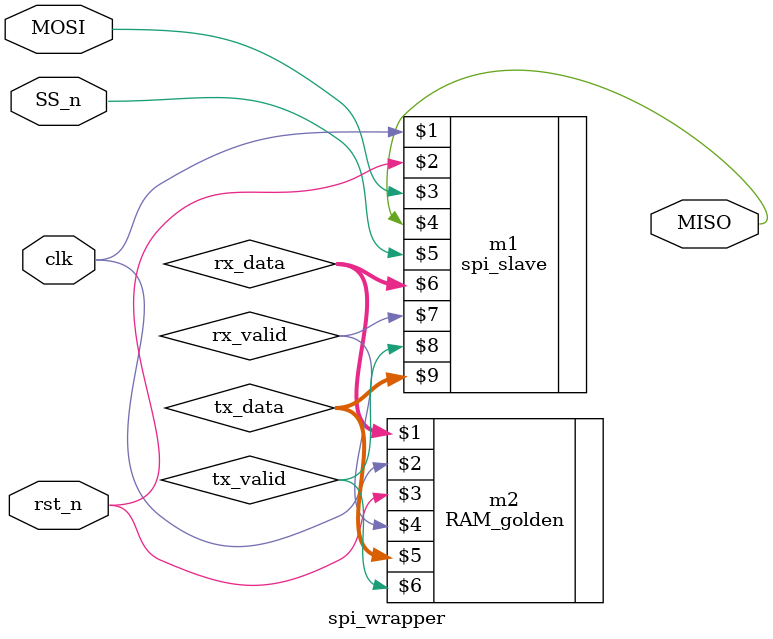
<source format=sv>
module spi_wrapper(clk,rst_n, SS_n,MOSI,MISO);
input  clk,rst_n, SS_n,MOSI;
output MISO;
wire [9:0] rx_data;
wire rx_valid;
wire tx_valid;
wire [7:0] tx_data;
 spi_slave  m1 (clk,rst_n,MOSI,MISO,SS_n,rx_data,rx_valid,tx_valid,tx_data);
 RAM_golden  m2 (rx_data,clk,rst_n,rx_valid,tx_data,tx_valid);
 endmodule

</source>
